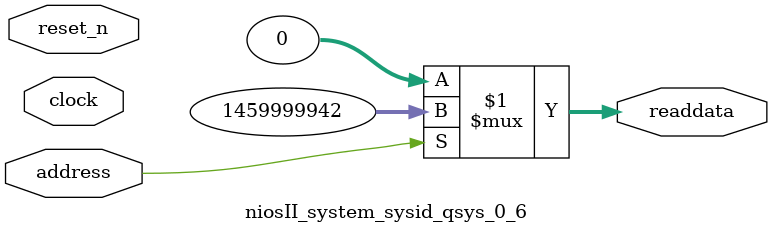
<source format=v>
module niosII_system_sysid_qsys_0_6 (
                address,
                clock,
                reset_n,
                readdata
             )
;
  output  [ 31: 0] readdata;
  input            address;
  input            clock;
  input            reset_n;
  wire    [ 31: 0] readdata;
  assign readdata = address ? 1459999942 : 0;
endmodule
</source>
